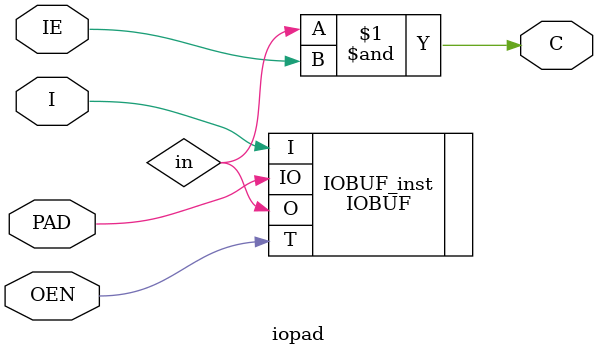
<source format=v>

`timescale 1ns/1ns

module iopad(
    input   I,
    input   IE,
    input   OEN,
    output  C,
    inout   PAD
  );

  wire in;

  IOBUF IOBUF_inst(
    .IO (PAD),
    .I  (I),
    .T  (OEN),  // (T=1 -> IO=Z)
    .O  (in)
  );

  assign C = in & IE;

endmodule


</source>
